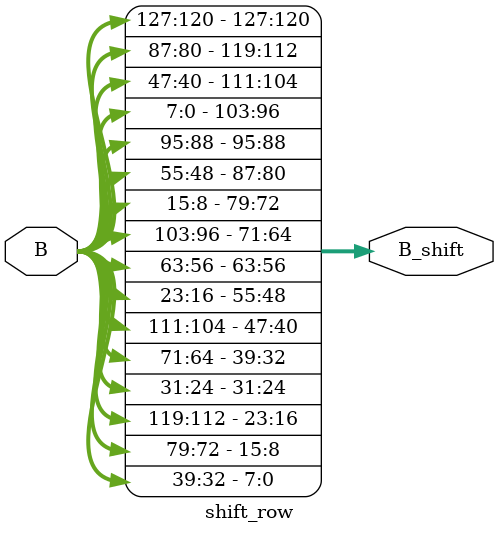
<source format=sv>
module shift_row(//input logic clk,
                 input logic [127:0]B,
                 output logic [127:0]B_shift); 

/*always@(posedge clk)
begin
B_shift[127:120] <= B[127:120];
B_shift[119:112] <= B[87:80];
B_shift[111:104] <= B[47:40];
B_shift[103:96] <= B[7:0];

B_shift[95:88] <= B[95:88];
B_shift[87:80] <= B[55:48];
B_shift[79:72] <= B[15:8];
B_shift[71:64] <= B[103:96];

B_shift[63:56] <= B[63:56];
B_shift[55:48] <= B[23:16];
B_shift[47:40] <= B[111:104];
B_shift[39:32] <= B[71:64];

B_shift[31:24] <= B[31:24];
B_shift[23:16] <= B[119:112];
B_shift[15:8] <= B[79:72];
B_shift[7:0] <= B[39:32];
end*/

assign B_shift[127:120] = B[127:120];
assign B_shift[119:112] = B[87:80];
assign B_shift[111:104] = B[47:40];
assign B_shift[103:96] = B[7:0];

assign B_shift[95:88] = B[95:88];
assign B_shift[87:80] = B[55:48];
assign B_shift[79:72] = B[15:8];
assign B_shift[71:64] = B[103:96];

assign B_shift[63:56] = B[63:56];
assign B_shift[55:48] = B[23:16];
assign B_shift[47:40] = B[111:104];
assign B_shift[39:32] = B[71:64];

assign B_shift[31:24] = B[31:24];
assign B_shift[23:16] = B[119:112];
assign B_shift[15:8] = B[79:72];
assign B_shift[7:0] = B[39:32];

endmodule

</source>
